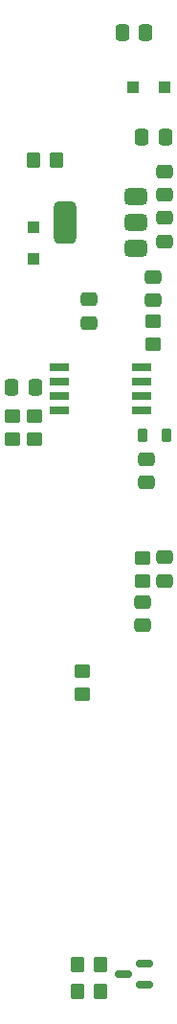
<source format=gbr>
%TF.GenerationSoftware,KiCad,Pcbnew,9.0.6*%
%TF.CreationDate,2026-01-01T17:20:02-06:00*%
%TF.ProjectId,gatekeeper,67617465-6b65-4657-9065-722e6b696361,rev?*%
%TF.SameCoordinates,Original*%
%TF.FileFunction,Paste,Bot*%
%TF.FilePolarity,Positive*%
%FSLAX46Y46*%
G04 Gerber Fmt 4.6, Leading zero omitted, Abs format (unit mm)*
G04 Created by KiCad (PCBNEW 9.0.6) date 2026-01-01 17:20:02*
%MOMM*%
%LPD*%
G01*
G04 APERTURE LIST*
G04 Aperture macros list*
%AMRoundRect*
0 Rectangle with rounded corners*
0 $1 Rounding radius*
0 $2 $3 $4 $5 $6 $7 $8 $9 X,Y pos of 4 corners*
0 Add a 4 corners polygon primitive as box body*
4,1,4,$2,$3,$4,$5,$6,$7,$8,$9,$2,$3,0*
0 Add four circle primitives for the rounded corners*
1,1,$1+$1,$2,$3*
1,1,$1+$1,$4,$5*
1,1,$1+$1,$6,$7*
1,1,$1+$1,$8,$9*
0 Add four rect primitives between the rounded corners*
20,1,$1+$1,$2,$3,$4,$5,0*
20,1,$1+$1,$4,$5,$6,$7,0*
20,1,$1+$1,$6,$7,$8,$9,0*
20,1,$1+$1,$8,$9,$2,$3,0*%
G04 Aperture macros list end*
%ADD10RoundRect,0.250000X0.350000X0.450000X-0.350000X0.450000X-0.350000X-0.450000X0.350000X-0.450000X0*%
%ADD11RoundRect,0.250000X0.450000X-0.350000X0.450000X0.350000X-0.450000X0.350000X-0.450000X-0.350000X0*%
%ADD12RoundRect,0.375000X0.625000X0.375000X-0.625000X0.375000X-0.625000X-0.375000X0.625000X-0.375000X0*%
%ADD13RoundRect,0.500000X0.500000X1.400000X-0.500000X1.400000X-0.500000X-1.400000X0.500000X-1.400000X0*%
%ADD14RoundRect,0.250000X0.475000X-0.337500X0.475000X0.337500X-0.475000X0.337500X-0.475000X-0.337500X0*%
%ADD15RoundRect,0.250000X-0.300000X0.300000X-0.300000X-0.300000X0.300000X-0.300000X0.300000X0.300000X0*%
%ADD16RoundRect,0.250000X-0.475000X0.337500X-0.475000X-0.337500X0.475000X-0.337500X0.475000X0.337500X0*%
%ADD17RoundRect,0.150000X0.587500X0.150000X-0.587500X0.150000X-0.587500X-0.150000X0.587500X-0.150000X0*%
%ADD18RoundRect,0.250000X-0.300000X-0.300000X0.300000X-0.300000X0.300000X0.300000X-0.300000X0.300000X0*%
%ADD19R,1.700000X0.650000*%
%ADD20RoundRect,0.250000X-0.350000X-0.450000X0.350000X-0.450000X0.350000X0.450000X-0.350000X0.450000X0*%
%ADD21RoundRect,0.218750X0.218750X0.381250X-0.218750X0.381250X-0.218750X-0.381250X0.218750X-0.381250X0*%
%ADD22RoundRect,0.250000X0.337500X0.475000X-0.337500X0.475000X-0.337500X-0.475000X0.337500X-0.475000X0*%
%ADD23RoundRect,0.250000X-0.337500X-0.475000X0.337500X-0.475000X0.337500X0.475000X-0.337500X0.475000X0*%
%ADD24RoundRect,0.250000X-0.450000X0.350000X-0.450000X-0.350000X0.450000X-0.350000X0.450000X0.350000X0*%
G04 APERTURE END LIST*
D10*
%TO.C,R7*%
X109000000Y-142200000D03*
X107000000Y-142200000D03*
%TD*%
D11*
%TO.C,R5*%
X113700000Y-85000000D03*
X113700000Y-83000000D03*
%TD*%
D12*
%TO.C,U1*%
X112150000Y-72000000D03*
X112150000Y-74300000D03*
D13*
X105850000Y-74300000D03*
D12*
X112150000Y-76600000D03*
%TD*%
D14*
%TO.C,C8*%
X113100000Y-97237500D03*
X113100000Y-95162500D03*
%TD*%
D15*
%TO.C,D3*%
X103100000Y-74700000D03*
X103100000Y-77500000D03*
%TD*%
D16*
%TO.C,C11*%
X112700000Y-107762500D03*
X112700000Y-109837500D03*
%TD*%
D10*
%TO.C,R3*%
X105100000Y-68800000D03*
X103100000Y-68800000D03*
%TD*%
D17*
%TO.C,Q1*%
X112900000Y-139700000D03*
X112900000Y-141600000D03*
X111025000Y-140650000D03*
%TD*%
D18*
%TO.C,D1*%
X111900000Y-62300000D03*
X114700000Y-62300000D03*
%TD*%
D19*
%TO.C,U2*%
X105350000Y-90905000D03*
X105350000Y-89635000D03*
X105350000Y-88365000D03*
X105350000Y-87095000D03*
X112650000Y-87095000D03*
X112650000Y-88365000D03*
X112650000Y-89635000D03*
X112650000Y-90905000D03*
%TD*%
D11*
%TO.C,R1*%
X101200000Y-93400000D03*
X101200000Y-91400000D03*
%TD*%
D14*
%TO.C,C12*%
X108000000Y-83137500D03*
X108000000Y-81062500D03*
%TD*%
%TO.C,C6*%
X114700000Y-75937500D03*
X114700000Y-73862500D03*
%TD*%
D16*
%TO.C,C7*%
X114700000Y-103862500D03*
X114700000Y-105937500D03*
%TD*%
D20*
%TO.C,R6*%
X107000000Y-139800000D03*
X109000000Y-139800000D03*
%TD*%
D11*
%TO.C,R8*%
X107400000Y-115900000D03*
X107400000Y-113900000D03*
%TD*%
D21*
%TO.C,FB1*%
X114862500Y-93100000D03*
X112737500Y-93100000D03*
%TD*%
D22*
%TO.C,C2*%
X103237500Y-88800000D03*
X101162500Y-88800000D03*
%TD*%
D23*
%TO.C,C1*%
X112662500Y-66700000D03*
X114737500Y-66700000D03*
%TD*%
D24*
%TO.C,R2*%
X103200000Y-91400000D03*
X103200000Y-93400000D03*
%TD*%
D22*
%TO.C,C4*%
X113000000Y-57500000D03*
X110925000Y-57500000D03*
%TD*%
D14*
%TO.C,C5*%
X114700000Y-71837500D03*
X114700000Y-69762500D03*
%TD*%
D16*
%TO.C,C9*%
X113700000Y-79062500D03*
X113700000Y-81137500D03*
%TD*%
D11*
%TO.C,R4*%
X112700000Y-105900000D03*
X112700000Y-103900000D03*
%TD*%
M02*

</source>
